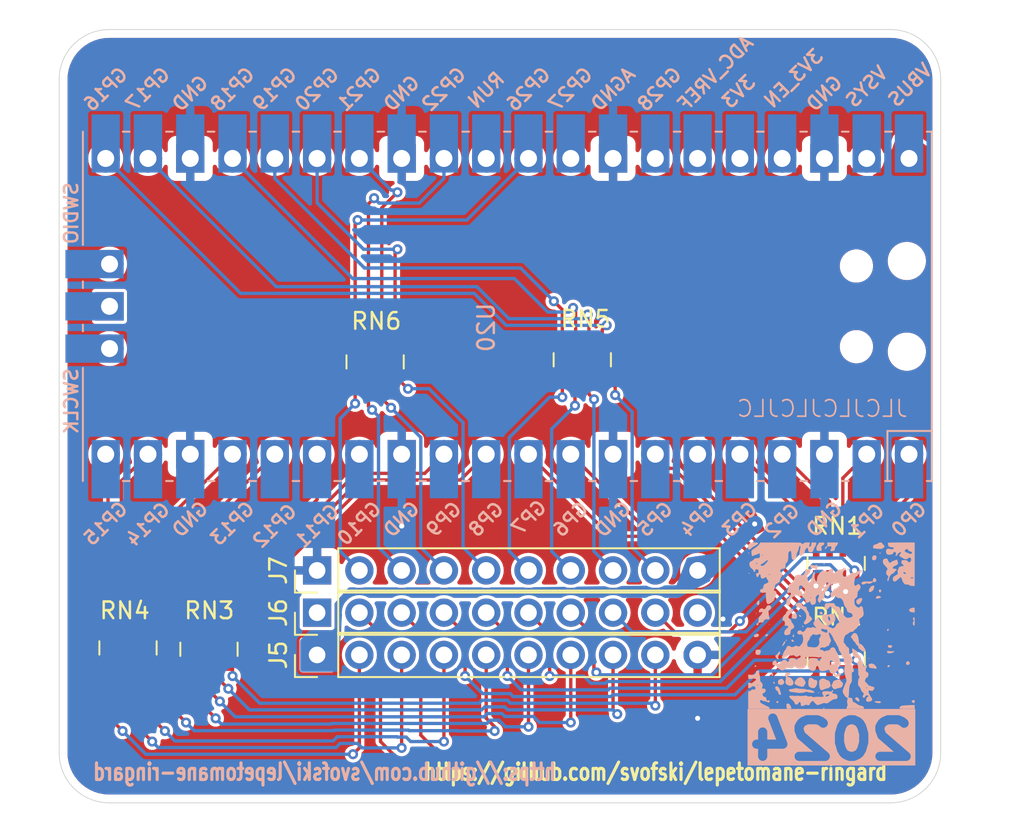
<source format=kicad_pcb>
(kicad_pcb (version 20240108) (generator "pcbnew") (generator_version "8.0")
  (layers (0 "F.Cu" signal) (31 "B.Cu" signal) (34 "B.Paste" user) (35 "F.Paste" user) (36 "B.SilkS" user "B.Silkscreen") (37 "F.SilkS" user "F.Silkscreen") (38 "B.Mask" user) (39 "F.Mask" user) (44 "Edge.Cuts" user))
  (net 0 "")
  (net 10 "/~{PI_SRAM_WE}")
  (net 11 "/PI_AB0")
  (net 12 "/~{PI_WRMODE}")
  (net 13 "/PI_5V")
  (net 14 "/PI_AB1")
  (net 15 "/~{PI_WR}")
  (net 16 "/PI_GND")
  (net 17 "/~{PI_SRAM_OE}")
  (net 18 "/PI_AB3")
  (net 19 "/PI_AB2")
  (net 20 "/PI_DB1")
  (net 21 "/PI_DB7")
  (net 22 "/PI_DB5")
  (net 25 "/PI_DB4")
  (net 26 "/PI_DB2")
  (net 27 "/PI_DB0")
  (net 28 "/PI_DB3")
  (net 29 "/PI_DB6")
  (net 30 "Net-(J7-Pin_4)")
  (net 31 "Net-(J7-Pin_6)")
  (net 32 "/~{PI_LOOPEN_B}")
  (net 33 "/~{PI_RESET_A}")
  (net 34 "Net-(J7-Pin_5)")
  (net 35 "/~{PI_RESET_B}")
  (net 36 "/~{PI_RESET_C}")
  (net 37 "Net-(J7-Pin_2)")
  (net 38 "/PI_3V3")
  (net 39 "/PI_GPIO0")
  (net 40 "/PI_GPIO7")
  (net 41 "/PI_GPIO2")
  (net 42 "/PI_GPIO4")
  (net 43 "/PI_GPIO3")
  (net 44 "/PI_GPIO5")
  (net 45 "/PI_GPIO6")
  (net 46 "/PI_GPIO1")
  (net 47 "/PI_GPIO11")
  (net 48 "/PI_GPIO10")
  (net 49 "/PI_GPIO8")
  (net 50 "/PI_GPIO9")
  (net 51 "/PI_GPIO14")
  (net 52 "/PI_GPIO15")
  (net 53 "/PI_GPIO12")
  (net 54 "/PI_GPIO13")
  (net 55 "/PI_GPIO18")
  (net 56 "/PI_GPIO17")
  (net 57 "/PI_GPIO16")
  (net 58 "/PI_GPIO19")
  (net 59 "/PI_GPIO20")
  (net 60 "/PI_GPIO21")
  (net 61 "/PI_GPIO26")
  (net 62 "/PI_GPIO22")
  (footprint "Connector_PinHeader_2.54mm:PinHeader_1x10_P2.54mm_Vertical" (layer "F.Cu") (at 125.984 96.266 90)
    (property "Reference" "J7")
    (property "Value" "Conn_01x10")
  )
  (footprint "Resistor_SMD:R_Array_Concave_4x0603" (layer "F.Cu") (at 157.169 95.846 -90)
    (property "Reference" "RN1")
    (property "Value" "470")
  )
  (footprint "Resistor_SMD:R_Array_Concave_4x0603" (layer "F.Cu") (at 114.624 100.926 -90)
    (property "Reference" "RN4")
    (property "Value" "470" (hide yes))
  )
  (footprint "Resistor_SMD:R_Array_Concave_4x0603" (layer "F.Cu") (at 157.169 101.561 -90)
    (property "Reference" "RN2")
    (property "Value" "470")
  )
  (footprint "Connector_PinHeader_2.54mm:PinHeader_1x10_P2.54mm_Vertical" (layer "F.Cu") (at 125.984 98.806 90)
    (property "Reference" "J6")
    (property "Value" "Conn_01x10")
  )
  (footprint "Resistor_SMD:R_Array_Concave_4x0603" (layer "F.Cu") (at 129.47 83.732 90)
    (property "Reference" "RN6")
    (property "Value" "470")
  )
  (footprint "Resistor_SMD:R_Array_Concave_4x0603" (layer "F.Cu") (at 119.488 101.004 -90)
    (property "Reference" "RN3")
    (property "Value" "470" (hide yes))
  )
  (footprint "Resistor_SMD:R_Array_Concave_4x0603" (layer "F.Cu") (at 141.916 83.605 90)
    (property "Reference" "RN5")
    (property "Value" "470")
  )
  (footprint "Connector_PinHeader_2.54mm:PinHeader_1x10_P2.54mm_Vertical" (layer "F.Cu") (at 125.984 101.346 90)
    (property "Reference" "J5")
    (property "Value" "Conn_01x10")
  )
  (footprint "MCU_RaspberryPi_and_Boards:RPi_Pico_SMD_TH" (layer "B.Cu") (at 137.414 80.391 90)
    (property "Reference" "U20")
    (property "Value" "Pico")
  )
  (footprint "LOGO" (layer "B.Cu") (at 156.884422 99.587572 180)
    (property "Reference" "G***" (hide yes))
    (property "Value" "LOGO" (hide yes))
  )
  (gr_arc (start 110.49 66.754) (mid 111.36868 64.63268) (end 113.49 63.754) (stroke (width 0.05)) (layer "Edge.Cuts"))
  (gr_line (start 113.49 63.754) (end 160.449 63.754) (stroke (width 0.05)) (layer "Edge.Cuts"))
  (gr_arc (start 163.449 107.236) (mid 162.57032 109.35732) (end 160.449 110.236) (stroke (width 0.05)) (layer "Edge.Cuts"))
  (gr_arc (start 160.449 63.754) (mid 162.57032 64.63268) (end 163.449 66.754) (stroke (width 0.05)) (layer "Edge.Cuts"))
  (gr_line (start 110.49 107.236) (end 110.49 66.754) (stroke (width 0.05)) (layer "Edge.Cuts"))
  (gr_arc (start 113.49 110.236) (mid 111.36868 109.35732) (end 110.49 107.236) (stroke (width 0.05)) (layer "Edge.Cuts"))
  (gr_line (start 160.449 110.236) (end 113.49 110.236) (stroke (width 0.05)) (layer "Edge.Cuts"))
  (gr_line (start 163.449 66.754) (end 163.449 107.236) (stroke (width 0.05)) (layer "Edge.Cuts"))
  (gr_text "2024" (at 162.101457 107.740978 -0) (layer "B.SilkS" knockout) (effects (font (size 2.2 2.55) (thickness 0.55) (bold yes)) (justify left bottom mirror)))
  (gr_text "JLCJLCJLCJLC" (at 161.544 87.122 0) (layer "B.SilkS") (effects (font (size 1 1) (thickness 0.1)) (justify left bottom mirror)))
  (gr_text "https://github.com/svofski/lepetomane-ringard" (at 140.427482 108.966 -0) (layer "B.SilkS") (effects (font (size 1 0.75) (thickness 0.1875) (bold yes)) (justify left bottom mirror)))
  (gr_text "https://github.com/svofski/lepetomane-ringard" (at 132.334 108.966 0) (layer "F.SilkS") (effects (font (size 1 0.75) (thickness 0.1875) (bold yes)) (justify left bottom)))
  (segment (start 133.604 106.553) (end 133.604 101.346) (width 0.2) (layer "F.Cu") (net 10))
  (segment (start 115.024 104.102) (end 116.84 105.918) (width 0.2) (layer "F.Cu") (net 10))
  (segment (start 115.024 101.776) (end 115.024 104.102) (width 0.2) (layer "F.Cu") (net 10))
  (via (at 116.84 105.918) (size 0.6) (drill 0.3) (layers "F.Cu" "B.Cu") (net 10))
  (via (at 133.604 106.553) (size 0.6) (drill 0.3) (layers "F.Cu" "B.Cu") (net 10))
  (segment (start 130.775761 106.265) (end 130.794761 106.284) (width 0.2) (layer "B.Cu") (net 10))
  (segment (start 131.333239 106.284) (end 131.602239 106.553) (width 0.2) (layer "B.Cu") (net 10))
  (segment (start 116.84 105.918) (end 117.437 106.515) (width 0.2) (layer "B.Cu") (net 10))
  (segment (start 117.437 106.515) (end 126.950075 106.515) (width 0.2) (layer "B.Cu") (net 10))
  (segment (start 127.200075 106.265) (end 130.775761 106.265) (width 0.2) (layer "B.Cu") (net 10))
  (segment (start 130.794761 106.284) (end 131.333239 106.284) (width 0.2) (layer "B.Cu") (net 10))
  (segment (start 126.950075 106.515) (end 127.200075 106.265) (width 0.2) (layer "B.Cu") (net 10))
  (segment (start 131.602239 106.553) (end 133.604 106.553) (width 0.2) (layer "B.Cu") (net 10))
  (segment (start 120.904 102.07) (end 120.688 101.854) (width 0.2) (layer "F.Cu") (net 11))
  (segment (start 120.904 102.616) (end 120.904 102.07) (width 0.2) (layer "F.Cu") (net 11))
  (segment (start 146.304 101.346) (end 146.304 104.394) (width 0.2) (layer "F.Cu") (net 11))
  (via (at 146.304 104.394) (size 0.6) (drill 0.3) (layers "F.Cu" "B.Cu") (net 11))
  (via (at 120.904 102.616) (size 0.6) (drill 0.3) (layers "F.Cu" "B.Cu") (net 11))
  (segment (start 137.598295 104.248) (end 137.418296 104.068) (width 0.2) (layer "B.Cu") (net 11))
  (segment (start 135.885703 104.068) (end 135.705703 104.248) (width 0.2) (layer "B.Cu") (net 11))
  (segment (start 122.536 104.248) (end 120.904 102.616) (width 0.2) (layer "B.Cu") (net 11))
  (segment (start 146.304 104.394) (end 146.158 104.248) (width 0.2) (layer "B.Cu") (net 11))
  (segment (start 137.418296 104.068) (end 135.885703 104.068) (width 0.2) (layer "B.Cu") (net 11))
  (segment (start 146.158 104.248) (end 137.598295 104.248) (width 0.2) (layer "B.Cu") (net 11))
  (segment (start 135.705703 104.248) (end 122.536 104.248) (width 0.2) (layer "B.Cu") (net 11))
  (segment (start 131.064 106.934) (end 131.064 101.346) (width 0.2) (layer "F.Cu") (net 12))
  (segment (start 114.224 101.776) (end 114.224 104.699) (width 0.2) (layer "F.Cu") (net 12))
  (segment (start 114.224 104.699) (end 116.078 106.553) (width 0.2) (layer "F.Cu") (net 12))
  (via (at 116.078 106.553) (size 0.6) (drill 0.3) (layers "F.Cu" "B.Cu") (net 12))
  (via (at 131.064 106.934) (size 0.6) (drill 0.3) (layers "F.Cu" "B.Cu") (net 12))
  (segment (start 116.44 106.915) (end 127.115761 106.915) (width 0.2) (layer "B.Cu") (net 12))
  (segment (start 127.115761 106.915) (end 127.365761 106.665) (width 0.2) (layer "B.Cu") (net 12))
  (segment (start 128.412239 106.665) (end 128.681239 106.934) (width 0.2) (layer "B.Cu") (net 12))
  (segment (start 127.365761 106.665) (end 128.412239 106.665) (width 0.2) (layer "B.Cu") (net 12))
  (segment (start 116.078 106.553) (end 116.44 106.915) (width 0.2) (layer "B.Cu") (net 12))
  (segment (start 128.681239 106.934) (end 131.064 106.934) (width 0.2) (layer "B.Cu") (net 12))
  (segment (start 150.134 91.333) (end 152.273 93.472) (width 0.4) (layer "F.Cu") (net 13))
  (segment (start 161.544 71.501) (end 150.134 82.911) (width 0.4) (layer "F.Cu") (net 13))
  (segment (start 150.134 82.911) (end 150.134 91.333) (width 0.4) (layer "F.Cu") (net 13))
  (segment (start 148.844 96.266) (end 147.594 97.516) (width 0.4) (layer "F.Cu") (net 13))
  (segment (start 128.046233 97.516) (end 127.234 98.328233) (width 0.4) (layer "F.Cu") (net 13))
  (segment (start 127.234 100.096) (end 125.984 101.346) (width 0.4) (layer "F.Cu") (net 13))
  (segment (start 147.594 97.516) (end 128.046233 97.516) (width 0.4) (layer "F.Cu") (net 13))
  (segment (start 127.234 98.328233) (end 127.234 100.096) (width 0.4) (layer "F.Cu") (net 13))
  (via (at 152.273 93.472) (size 0.6) (drill 0.3) (layers "F.Cu" "B.Cu") (net 13))
  (segment (start 149.479 96.266) (end 152.273 93.472) (width 1) (layer "B.Cu") (net 13))
  (segment (start 148.844 96.266) (end 149.479 96.266) (width 1) (layer "B.Cu") (net 13))
  (segment (start 143.764 104.648) (end 143.764 101.346) (width 0.2) (layer "F.Cu") (net 14))
  (segment (start 119.888 101.854) (end 119.888 102.616) (width 0.2) (layer "F.Cu") (net 14))
  (segment (start 119.888 102.616) (end 120.65 103.378) (width 0.2) (layer "F.Cu") (net 14))
  (segment (start 144.018 104.902) (end 143.764 104.648) (width 0.2) (layer "F.Cu") (net 14))
  (via (at 144.018 104.902) (size 0.6) (drill 0.3) (layers "F.Cu" "B.Cu") (net 14))
  (via (at 120.65 103.378) (size 0.6) (drill 0.3) (layers "F.Cu" "B.Cu") (net 14))
  (segment (start 137.25261 104.468) (end 137.43261 104.648) (width 0.2) (layer "B.Cu") (net 14))
  (segment (start 120.65 103.378) (end 121.92 104.648) (width 0.2) (layer "B.Cu") (net 14))
  (segment (start 136.051389 104.468) (end 137.25261 104.468) (width 0.2) (layer "B.Cu") (net 14))
  (segment (start 137.43261 104.648) (end 143.764 104.648) (width 0.2) (layer "B.Cu") (net 14))
  (segment (start 121.92 104.648) (end 135.871389 104.648) (width 0.2) (layer "B.Cu") (net 14))
  (segment (start 143.764 104.648) (end 144.018 104.902) (width 0.2) (layer "B.Cu") (net 14))
  (segment (start 135.871389 104.648) (end 136.051389 104.468) (width 0.2) (layer "B.Cu") (net 14))
  (segment (start 113.424 101.776) (end 113.424 105.042) (width 0.2) (layer "F.Cu") (net 15))
  (segment (start 128.143 107.315) (end 128.524 106.934) (width 0.2) (layer "F.Cu") (net 15))
  (segment (start 128.524 106.934) (end 128.524 101.346) (width 0.2) (layer "F.Cu") (net 15))
  (segment (start 113.424 105.042) (end 114.3 105.918) (width 0.2) (layer "F.Cu") (net 15))
  (via (at 114.3 105.918) (size 0.6) (drill 0.3) (layers "F.Cu" "B.Cu") (net 15))
  (via (at 128.143 107.315) (size 0.6) (drill 0.3) (layers "F.Cu" "B.Cu") (net 15))
  (segment (start 115.697 107.315) (end 128.143 107.315) (width 0.2) (layer "B.Cu") (net 15))
  (segment (start 114.3 105.918) (end 115.697 107.315) (width 0.2) (layer "B.Cu") (net 15))
  (segment (start 148.844 101.346) (end 148.844 105.156) (width 0.4) (layer "F.Cu") (net 16))
  (via (at 150.368 99.187) (size 0.6) (drill 0.3) (layers "F.Cu" "B.Cu") (net 16))
  (via (at 148.844 105.156) (size 0.6) (drill 0.3) (layers "F.Cu" "B.Cu") (net 16))
  (via (at 131.064 93.599) (size 0.6) (drill 0.3) (layers "F.Cu" "B.Cu") (net 16))
  (segment (start 136.652 105.918) (end 136.652 105.664) (width 0.2) (layer "F.Cu") (net 17))
  (segment (start 115.824 103.124) (end 118.11 105.41) (width 0.2) (layer "F.Cu") (net 17))
  (segment (start 136.652 105.664) (end 136.144 105.156) (width 0.2) (layer "F.Cu") (net 17))
  (segment (start 136.144 105.156) (end 136.144 101.346) (width 0.2) (layer "F.Cu") (net 17))
  (segment (start 115.824 101.776) (end 115.824 103.124) (width 0.2) (layer "F.Cu") (net 17))
  (via (at 136.652 105.918) (size 0.6) (drill 0.3) (layers "F.Cu" "B.Cu") (net 17))
  (via (at 118.11 105.41) (size 0.6) (drill 0.3) (layers "F.Cu" "B.Cu") (net 17))
  (segment (start 127.000389 105.899) (end 127.034389 105.865) (width 0.2) (layer "B.Cu") (net 17))
  (segment (start 118.11 105.41) (end 118.599 105.899) (width 0.2) (layer "B.Cu") (net 17))
  (segment (start 127.034389 105.865) (end 131.479924 105.865) (width 0.2) (layer "B.Cu") (net 17))
  (segment (start 118.599 105.899) (end 127.000389 105.899) (width 0.2) (layer "B.Cu") (net 17))
  (segment (start 131.479924 105.865) (end 131.513924 105.899) (width 0.2) (layer "B.Cu") (net 17))
  (segment (start 134.404685 105.899) (end 134.423685 105.918) (width 0.2) (layer "B.Cu") (net 17))
  (segment (start 131.513924 105.899) (end 134.404685 105.899) (width 0.2) (layer "B.Cu") (net 17))
  (segment (start 134.423685 105.918) (end 136.652 105.918) (width 0.2) (layer "B.Cu") (net 17))
  (segment (start 138.684 105.664) (end 138.684 101.346) (width 0.2) (layer "F.Cu") (net 18))
  (segment (start 118.288 101.854) (end 118.288 103.556) (width 0.2) (layer "F.Cu") (net 18))
  (segment (start 118.288 103.556) (end 119.888 105.156) (width 0.2) (layer "F.Cu") (net 18))
  (via (at 138.684 105.664) (size 0.6) (drill 0.3) (layers "F.Cu" "B.Cu") (net 18))
  (via (at 119.888 105.156) (size 0.6) (drill 0.3) (layers "F.Cu" "B.Cu") (net 18))
  (segment (start 136.185761 105.465) (end 136.382761 105.268) (width 0.2) (layer "B.Cu") (net 18))
  (segment (start 136.382761 105.268) (end 136.906 105.268) (width 0.2) (layer "B.Cu") (net 18))
  (segment (start 120.231 105.499) (end 126.834703 105.499) (width 0.2) (layer "B.Cu") (net 18))
  (segment (start 137.302 105.664) (end 138.684 105.664) (width 0.2) (layer "B.Cu") (net 18))
  (segment (start 119.888 105.156) (end 120.231 105.499) (width 0.2) (layer "B.Cu") (net 18))
  (segment (start 126.834703 105.499) (end 126.868703 105.465) (width 0.2) (layer "B.Cu") (net 18))
  (segment (start 126.868703 105.465) (end 136.185761 105.465) (width 0.2) (layer "B.Cu") (net 18))
  (segment (start 136.906 105.268) (end 137.302 105.664) (width 0.2) (layer "B.Cu") (net 18))
  (segment (start 141.224 105.41) (end 141.224 101.346) (width 0.2) (layer "F.Cu") (net 19))
  (segment (start 119.088 101.854) (end 119.088 103.086) (width 0.2) (layer "F.Cu") (net 19))
  (segment (start 119.088 103.086) (end 120.142 104.14) (width 0.2) (layer "F.Cu") (net 19))
  (via (at 141.224 105.41) (size 0.6) (drill 0.3) (layers "F.Cu" "B.Cu") (net 19))
  (via (at 120.142 104.14) (size 0.6) (drill 0.3) (layers "F.Cu" "B.Cu") (net 19))
  (segment (start 137.086925 104.868) (end 137.266925 105.048) (width 0.2) (layer "B.Cu") (net 19))
  (segment (start 136.217075 104.868) (end 137.086925 104.868) (width 0.2) (layer "B.Cu") (net 19))
  (segment (start 138.987239 105.048) (end 139.349239 105.41) (width 0.2) (layer "B.Cu") (net 19))
  (segment (start 121.067 105.065) (end 136.020075 105.065) (width 0.2) (layer "B.Cu") (net 19))
  (segment (start 139.349239 105.41) (end 141.224 105.41) (width 0.2) (layer "B.Cu") (net 19))
  (segment (start 136.020075 105.065) (end 136.217075 104.868) (width 0.2) (layer "B.Cu") (net 19))
  (segment (start 120.142 104.14) (end 121.067 105.065) (width 0.2) (layer "B.Cu") (net 19))
  (segment (start 137.266925 105.048) (end 138.987239 105.048) (width 0.2) (layer "B.Cu") (net 19))
  (segment (start 157.569 96.696) (end 157.569 97.371) (width 0.2) (layer "F.Cu") (net 20))
  (segment (start 157.569 97.371) (end 157.734 97.536) (width 0.2) (layer "F.Cu") (net 20))
  (via (at 157.734 97.536) (size 0.6) (drill 0.3) (layers "F.Cu" "B.Cu") (net 20))
  (segment (start 144.914 99.956) (end 151.758 99.956) (width 0.2) (layer "B.Cu") (net 20))
  (segment (start 143.764 98.806) (end 144.914 99.956) (width 0.2) (layer "B.Cu") (net 20))
  (segment (start 157.734 96.843315) (end 157.734 97.536) (width 0.2) (layer "B.Cu") (net 20))
  (segment (start 156.814371 95.923686) (end 157.734 96.843315) (width 0.2) (layer "B.Cu") (net 20))
  (segment (start 151.758 99.956) (end 155.790314 95.923686) (width 0.2) (layer "B.Cu") (net 20))
  (segment (start 155.790314 95.923686) (end 156.814371 95.923686) (width 0.2) (layer "B.Cu") (net 20))
  (segment (start 129.794 106.553) (end 129.794 100.076) (width 0.2) (layer "F.Cu") (net 21))
  (segment (start 129.794 100.076) (end 128.524 98.806) (width 0.2) (layer "F.Cu") (net 21))
  (segment (start 130.952 107.711) (end 129.794 106.553) (width 0.2) (layer "F.Cu") (net 21))
  (segment (start 150.669 107.711) (end 130.952 107.711) (width 0.2) (layer "F.Cu") (net 21))
  (segment (start 155.969 102.411) (end 150.669 107.711) (width 0.2) (layer "F.Cu") (net 21))
  (segment (start 134.874 100.076) (end 133.604 98.806) (width 0.2) (layer "F.Cu") (net 22))
  (segment (start 157.569 102.411) (end 157.469002 102.311002) (width 0.2) (layer "F.Cu") (net 22))
  (segment (start 134.874 102.616) (end 134.874 100.076) (width 0.2) (layer "F.Cu") (net 22))
  (via (at 134.874 102.616) (size 0.6) (drill 0.3) (layers "F.Cu" "B.Cu") (net 22))
  (via (at 157.469002 102.311002) (size 0.6) (drill 0.3) (layers "F.Cu" "B.Cu") (net 22))
  (segment (start 143.748761 103.744) (end 151.087314 103.744) (width 0.2) (layer "B.Cu") (net 22))
  (segment (start 143.644761 103.848) (end 143.748761 103.744) (width 0.2) (layer "B.Cu") (net 22))
  (segment (start 152.520312 102.311002) (end 157.469002 102.311002) (width 0.2) (layer "B.Cu") (net 22))
  (segment (start 134.874 102.616) (end 135.926 103.668) (width 0.2) (layer "B.Cu") (net 22))
  (segment (start 137.763981 103.848) (end 143.644761 103.848) (width 0.2) (layer "B.Cu") (net 22))
  (segment (start 137.583981 103.668) (end 137.763981 103.848) (width 0.2) (layer "B.Cu") (net 22))
  (segment (start 135.926 103.668) (end 137.583981 103.668) (width 0.2) (layer "B.Cu") (net 22))
  (segment (start 151.087314 103.744) (end 152.520312 102.311002) (width 0.2) (layer "B.Cu") (net 22))
  (segment (start 137.414 100.076) (end 136.144 98.806) (width 0.2) (layer "F.Cu") (net 25))
  (segment (start 158.369 102.411) (end 158.369 101.661002) (width 0.2) (layer "F.Cu") (net 25))
  (segment (start 137.414 102.616) (end 137.414 100.076) (width 0.2) (layer "F.Cu") (net 25))
  (via (at 158.369 101.661002) (size 0.6) (drill 0.3) (layers "F.Cu" "B.Cu") (net 25))
  (via (at 137.414 102.616) (size 0.6) (drill 0.3) (layers "F.Cu" "B.Cu") (net 25))
  (segment (start 158.369 101.661002) (end 152.269684 101.661002) (width 0.2) (layer "B.Cu") (net 25))
  (segment (start 152.269684 101.661002) (end 150.586686 103.344) (width 0.2) (layer "B.Cu") (net 25))
  (segment (start 138.246 103.448) (end 137.414 102.616) (width 0.2) (layer "B.Cu") (net 25))
  (segment (start 143.583075 103.344) (end 143.479075 103.448) (width 0.2) (layer "B.Cu") (net 25))
  (segment (start 150.586686 103.344) (end 143.583075 103.344) (width 0.2) (layer "B.Cu") (net 25))
  (segment (start 143.479075 103.448) (end 138.246 103.448) (width 0.2) (layer "B.Cu") (net 25))
  (segment (start 142.614 100.196) (end 142.614 102.250759) (width 0.2) (layer "F.Cu") (net 26))
  (segment (start 142.614 102.250759) (end 142.761241 102.398) (width 0.2) (layer "F.Cu") (net 26))
  (segment (start 156.769 97.525929) (end 156.644139 97.65079) (width 0.2) (layer "F.Cu") (net 26))
  (segment (start 156.769 96.696) (end 156.769 97.525929) (width 0.2) (layer "F.Cu") (net 26))
  (segment (start 141.224 98.806) (end 142.614 100.196) (width 0.2) (layer "F.Cu") (net 26))
  (via (at 142.761241 102.398) (size 0.6) (drill 0.3) (layers "F.Cu" "B.Cu") (net 26))
  (via (at 156.644139 97.65079) (size 0.6) (drill 0.3) (layers "F.Cu" "B.Cu") (net 26))
  (segment (start 156.737 97.557929) (end 156.737 96.735314) (width 0.2) (layer "B.Cu") (net 26))
  (segment (start 156.325372 96.323686) (end 155.956 96.323686) (width 0.2) (layer "B.Cu") (net 26))
  (segment (start 149.737733 102.541953) (end 142.905194 102.541953) (width 0.2) (layer "B.Cu") (net 26))
  (segment (start 156.644139 97.65079) (end 156.737 97.557929) (width 0.2) (layer "B.Cu") (net 26))
  (segment (start 142.905194 102.541953) (end 142.761241 102.398) (width 0.2) (layer "B.Cu") (net 26))
  (segment (start 155.956 96.323686) (end 149.737733 102.541953) (width 0.2) (layer "B.Cu") (net 26))
  (segment (start 156.737 96.735314) (end 156.325372 96.323686) (width 0.2) (layer "B.Cu") (net 26))
  (segment (start 150.742 99.956) (end 147.454 99.956) (width 0.2) (layer "F.Cu") (net 27))
  (segment (start 151.384 99.314) (end 150.742 99.956) (width 0.2) (layer "F.Cu") (net 27))
  (segment (start 158.369 96.365998) (end 158.269002 96.266) (width 0.2) (layer "F.Cu") (net 27))
  (segment (start 147.454 99.956) (end 146.304 98.806) (width 0.2) (layer "F.Cu") (net 27))
  (segment (start 158.369 96.696) (end 158.369 96.365998) (width 0.2) (layer "F.Cu") (net 27))
  (via (at 158.269002 96.266) (size 0.6) (drill 0.3) (layers "F.Cu" "B.Cu") (net 27))
  (via (at 151.384 99.314) (size 0.6) (drill 0.3) (layers "F.Cu" "B.Cu") (net 27))
  (segment (start 157.526688 95.523686) (end 155.174314 95.523686) (width 0.2) (layer "B.Cu") (net 27))
  (segment (start 158.269002 96.266) (end 157.526688 95.523686) (width 0.2) (layer "B.Cu") (net 27))
  (segment (start 155.174314 95.523686) (end 151.384 99.314) (width 0.2) (layer "B.Cu") (net 27))
  (segment (start 155.969 97.180518) (end 155.954065 97.195453) (width 0.2) (layer "F.Cu") (net 28))
  (segment (start 139.954 100.076) (end 138.684 98.806) (width 0.2) (layer "F.Cu") (net 28))
  (segment (start 139.954 102.616) (end 139.954 100.076) (width 0.2) (layer "F.Cu") (net 28))
  (segment (start 155.969 96.696) (end 155.969 97.180518) (width 0.2) (layer "F.Cu") (net 28))
  (via (at 139.954 102.616) (size 0.6) (drill 0.3) (layers "F.Cu" "B.Cu") (net 28))
  (via (at 155.954065 97.195453) (size 0.6) (drill 0.3) (layers "F.Cu" "B.Cu") (net 28))
  (segment (start 142.43661 103.048) (end 143.313389 103.048) (width 0.2) (layer "B.Cu") (net 28))
  (segment (start 142.00461 102.616) (end 142.43661 103.048) (width 0.2) (layer "B.Cu") (net 28))
  (segment (start 139.954 102.616) (end 142.00461 102.616) (width 0.2) (layer "B.Cu") (net 28))
  (segment (start 150.205518 102.944) (end 155.954065 97.195453) (width 0.2) (layer "B.Cu") (net 28))
  (segment (start 143.313389 103.048) (end 143.417389 102.944) (width 0.2) (layer "B.Cu") (net 28))
  (segment (start 143.417389 102.944) (end 150.205518 102.944) (width 0.2) (layer "B.Cu") (net 28))
  (segment (start 155.954065 97.195453) (end 156.042547 97.195453) (width 0.2) (layer "B.Cu") (net 28))
  (segment (start 154.444 101.461) (end 148.702 107.203) (width 0.2) (layer "F.Cu") (net 29))
  (segment (start 133.252 107.203) (end 132.214 106.165) (width 0.2) (layer "F.Cu") (net 29))
  (segment (start 148.702 107.203) (end 133.252 107.203) (width 0.2) (layer "F.Cu") (net 29))
  (segment (start 132.214 99.956) (end 131.064 98.806) (width 0.2) (layer "F.Cu") (net 29))
  (segment (start 132.214 106.165) (end 132.214 99.956) (width 0.2) (layer "F.Cu") (net 29))
  (segment (start 156.469 101.461) (end 154.444 101.461) (width 0.2) (layer "F.Cu") (net 29))
  (segment (start 156.769 102.411) (end 156.769 101.761) (width 0.2) (layer "F.Cu") (net 29))
  (segment (start 156.769 101.761) (end 156.469 101.461) (width 0.2) (layer "F.Cu") (net 29))
  (segment (start 130.429 86.487) (end 129.87 85.928) (width 0.2) (layer "F.Cu") (net 30))
  (segment (start 129.87 85.928) (end 129.87 84.582) (width 0.2) (layer "F.Cu") (net 30))
  (via (at 130.429 86.487) (size 0.6) (drill 0.3) (layers "F.Cu" "B.Cu") (net 30))
  (segment (start 132.214 88.272) (end 130.429 86.487) (width 0.2) (layer "B.Cu") (net 30))
  (segment (start 133.604 96.266) (end 132.214 94.876) (width 0.2) (layer "B.Cu") (net 30))
  (segment (start 132.214 94.876) (end 132.214 88.272) (width 0.2) (layer "B.Cu") (net 30))
  (segment (start 140.716 85.852) (end 140.716 84.455) (width 0.2) (layer "F.Cu") (net 31))
  (via (at 140.716 85.852) (size 0.6) (drill 0.3) (layers "F.Cu" "B.Cu") (net 31))
  (segment (start 137.534 88.272) (end 139.954 85.852) (width 0.2) (layer "B.Cu") (net 31))
  (segment (start 138.684 96.266) (end 137.534 95.116) (width 0.2) (layer "B.Cu") (net 31))
  (segment (start 139.954 85.852) (end 140.716 85.852) (width 0.2) (layer "B.Cu") (net 31))
  (segment (start 137.534 95.116) (end 137.534 88.272) (width 0.2) (layer "B.Cu") (net 31))
  (segment (start 129.286 86.614) (end 129.07 86.398) (width 0.2) (layer "F.Cu") (net 32))
  (segment (start 129.07 86.398) (end 129.07 84.582) (width 0.2) (layer "F.Cu") (net 32))
  (via (at 129.286 86.614) (size 0.6) (drill 0.3) (layers "F.Cu" "B.Cu") (net 32))
  (segment (start 131.064 96.266) (end 129.674 94.876) (width 0.2) (layer "B.Cu") (net 32))
  (segment (start 129.674 87.002) (end 129.286 86.614) (width 0.2) (layer "B.Cu") (net 32))
  (segment (start 129.674 94.876) (end 129.674 87.002) (width 0.2) (layer "B.Cu") (net 32))
  (segment (start 143.891 85.23) (end 143.116 84.455) (width 0.2) (layer "F.Cu") (net 33))
  (segment (start 143.891 85.725) (end 143.891 85.23) (width 0.2) (layer "F.Cu") (net 33))
  (via (at 143.891 85.725) (size 0.6) (drill 0.3) (layers "F.Cu" "B.Cu") (net 33))
  (segment (start 144.914 94.876) (end 144.914 86.748) (width 0.2) (layer "B.Cu") (net 33))
  (segment (start 146.304 96.266) (end 144.914 94.876) (width 0.2) (layer "B.Cu") (net 33))
  (segment (start 144.914 86.748) (end 143.891 85.725) (width 0.2) (layer "B.Cu") (net 33))
  (segment (start 131.445 85.344) (end 131.432 85.344) (width 0.2) (layer "F.Cu") (net 34))
  (segment (start 131.432 85.344) (end 130.67 84.582) (width 0.2) (layer "F.Cu") (net 34))
  (via (at 131.445 85.344) (size 0.6) (drill 0.3) (layers "F.Cu" "B.Cu") (net 34))
  (segment (start 134.62 87.249) (end 132.715 85.344) (width 0.2) (layer "B.Cu") (net 34))
  (segment (start 134.754 94.876) (end 134.754 87.383) (width 0.2) (layer "B.Cu") (net 34))
  (segment (start 132.715 85.344) (end 131.445 85.344) (width 0.2) (layer "B.Cu") (net 34))
  (segment (start 134.754 87.383) (end 134.62 87.249) (width 0.2) (layer "B.Cu") (net 34))
  (segment (start 136.144 96.266) (end 134.754 94.876) (width 0.2) (layer "B.Cu") (net 34))
  (segment (start 142.316 85.674) (end 142.316 84.455) (width 0.2) (layer "F.Cu") (net 35))
  (segment (start 142.621 85.979) (end 142.316 85.674) (width 0.2) (layer "F.Cu") (net 35))
  (via (at 142.621 85.979) (size 0.6) (drill 0.3) (layers "F.Cu" "B.Cu") (net 35))
  (segment (start 142.614 95.116) (end 142.614 85.986) (width 0.2) (layer "B.Cu") (net 35))
  (segment (start 143.764 96.266) (end 142.614 95.116) (width 0.2) (layer "B.Cu") (net 35))
  (segment (start 142.614 85.986) (end 142.621 85.979) (width 0.2) (layer "B.Cu") (net 35))
  (segment (start 141.478 86.36) (end 141.478 84.493) (width 0.2) (layer "F.Cu") (net 36))
  (segment (start 141.478 84.493) (end 141.516 84.455) (width 0.2) (layer "F.Cu") (net 36))
  (via (at 141.478 86.36) (size 0.6) (drill 0.3) (layers "F.Cu" "B.Cu") (net 36))
  (segment (start 140.074 87.764) (end 141.478 86.36) (width 0.2) (layer "B.Cu") (net 36))
  (segment (start 140.074 95.116) (end 140.074 87.764) (width 0.2) (layer "B.Cu") (net 36))
  (segment (start 141.224 96.266) (end 140.074 95.116) (width 0.2) (layer "B.Cu") (net 36))
  (segment (start 128.27 86.233) (end 128.27 84.582) (width 0.2) (layer "F.Cu") (net 37))
  (via (at 128.27 86.233) (size 0.6) (drill 0.3) (layers "F.Cu" "B.Cu") (net 37))
  (segment (start 128.524 96.266) (end 127.374 95.116) (width 0.2) (layer "B.Cu") (net 37))
  (segment (start 127.374 95.116) (end 127.374 87.129) (width 0.2) (layer "B.Cu") (net 37))
  (segment (start 127.374 87.129) (end 128.27 86.233) (width 0.2) (layer "B.Cu") (net 37))
  (segment (start 161.544 91.821) (end 158.369 94.996) (width 0.2) (layer "F.Cu") (net 39))
  (segment (start 161.544 89.281) (end 161.544 91.821) (width 0.2) (layer "F.Cu") (net 39))
  (segment (start 150.279685 94.215) (end 155.969 99.904315) (width 0.2) (layer "F.Cu") (net 40))
  (segment (start 155.969 99.904315) (end 155.969 100.711) (width 0.2) (layer "F.Cu") (net 40))
  (segment (start 138.684 89.281) (end 143.618 94.215) (width 0.2) (layer "F.Cu") (net 40))
  (segment (start 143.618 94.215) (end 150.279685 94.215) (width 0.2) (layer "F.Cu") (net 40))
  (segment (start 153.924 89.281) (end 156.769 92.126) (width 0.2) (layer "F.Cu") (net 41))
  (segment (start 156.769 92.126) (end 156.769 94.996) (width 0.2) (layer "F.Cu") (net 41))
  (segment (start 158.369 100.061) (end 158.369 100.711) (width 0.2) (layer "F.Cu") (net 42))
  (segment (start 148.844 89.281) (end 148.844 90.989686) (width 0.2) (layer "F.Cu") (net 42))
  (segment (start 157.314314 99.46) (end 157.768 99.46) (width 0.2) (layer "F.Cu") (net 42))
  (segment (start 148.844 90.989686) (end 157.314314 99.46) (width 0.2) (layer "F.Cu") (net 42))
  (segment (start 157.768 99.46) (end 158.369 100.061) (width 0.2) (layer "F.Cu") (net 42))
  (segment (start 151.384 89.281) (end 155.969 93.866) (width 0.2) (layer "F.Cu") (net 43))
  (segment (start 155.969 93.866) (end 155.969 94.996) (width 0.2) (layer "F.Cu") (net 43))
  (segment (start 147.154 90.131) (end 147.404686 90.131) (width 0.2) (layer "F.Cu") (net 44))
  (segment (start 147.404686 90.131) (end 157.133686 99.86) (width 0.2) (layer "F.Cu") (net 44))
  (segment (start 157.569 100.061) (end 157.569 100.711) (width 0.2) (layer "F.Cu") (net 44))
  (segment (start 157.133686 99.86) (end 157.368 99.86) (width 0.2) (layer "F.Cu") (net 44))
  (segment (start 146.304 89.281) (end 147.154 90.131) (width 0.2) (layer "F.Cu") (net 44))
  (segment (start 157.368 99.86) (end 157.569 100.061) (width 0.2) (layer "F.Cu") (net 44))
  (segment (start 156.769 100.061) (end 156.769 100.711) (width 0.2) (layer "F.Cu") (net 45))
  (segment (start 145.758 93.815) (end 150.523 93.815) (width 0.2) (layer "F.Cu") (net 45))
  (segment (start 141.224 89.281) (end 145.758 93.815) (width 0.2) (layer "F.Cu") (net 45))
  (segment (start 150.523 93.815) (end 156.769 100.061) (width 0.2) (layer "F.Cu") (net 45))
  (segment (start 159.004 89.281) (end 157.569 90.716) (width 0.2) (layer "F.Cu") (net 46))
  (segment (start 157.569 90.716) (end 157.569 94.996) (width 0.2) (layer "F.Cu") (net 46))
  (segment (start 125.984 92.005686) (end 125.984 89.281) (width 0.2) (layer "F.Cu") (net 47))
  (segment (start 118.288 99.701686) (end 125.984 92.005686) (width 0.2) (layer "F.Cu") (net 47))
  (segment (start 118.288 100.154) (end 118.288 99.701686) (width 0.2) (layer "F.Cu") (net 47))
  (segment (start 128.524 90.227685) (end 128.524 89.281) (width 0.2) (layer "F.Cu") (net 48))
  (segment (start 119.088 99.663685) (end 128.524 90.227685) (width 0.2) (layer "F.Cu") (net 48))
  (segment (start 119.088 100.154) (end 119.088 99.663685) (width 0.2) (layer "F.Cu") (net 48))
  (segment (start 129.119 90.831) (end 134.594 90.831) (width 0.2) (layer "F.Cu") (net 49))
  (segment (start 134.594 90.831) (end 136.144 89.281) (width 0.2) (layer "F.Cu") (net 49))
  (segment (start 120.688 99.262) (end 129.119 90.831) (width 0.2) (layer "F.Cu") (net 49))
  (segment (start 120.688 100.154) (end 120.688 99.262) (width 0.2) (layer "F.Cu") (net 49))
  (segment (start 132.454 90.431) (end 133.604 89.281) (width 0.2) (layer "F.Cu") (net 50))
  (segment (start 119.888 100.154) (end 119.888 99.496314) (width 0.2) (layer "F.Cu") (net 50))
  (segment (start 128.953314 90.431) (end 132.454 90.431) (width 0.2) (layer "F.Cu") (net 50))
  (segment (start 119.888 99.496314) (end 128.953314 90.431) (width 0.2) (layer "F.Cu") (net 50))
  (segment (start 114.224 90.881) (end 115.824 89.281) (width 0.2) (layer "F.Cu") (net 51))
  (segment (start 114.224 100.076) (end 114.224 90.881) (width 0.2) (layer "F.Cu") (net 51))
  (segment (start 113.424 100.076) (end 113.424 89.421) (width 0.2) (layer "F.Cu") (net 52))
  (segment (start 113.424 89.421) (end 113.284 89.281) (width 0.2) (layer "F.Cu") (net 52))
  (segment (start 115.824 100.076) (end 115.824 96.901) (width 0.2) (layer "F.Cu") (net 53))
  (segment (start 115.824 96.901) (end 123.444 89.281) (width 0.2) (layer "F.Cu") (net 53))
  (segment (start 115.024 95.161) (end 120.904 89.281) (width 0.2) (layer "F.Cu") (net 54))
  (segment (start 115.024 100.076) (end 115.024 95.161) (width 0.2) (layer "F.Cu") (net 54))
  (segment (start 141.516 82.755) (end 141.516 80.63529) (width 0.2) (layer "F.Cu") (net 55))
  (segment (start 141.516 80.63529) (end 141.36471 80.484) (width 0.2) (layer "F.Cu") (net 55))
  (via (at 141.36471 80.484) (size 0.6) (drill 0.3) (layers "F.Cu" "B.Cu") (net 55))
  (segment (start 139.846686 80.734) (end 141.11471 80.734) (width 0.2) (layer "B.Cu") (net 55))
  (segment (start 137.833686 78.721) (end 139.846686 80.734) (width 0.2) (layer "B.Cu") (net 55))
  (segment (start 141.11471 80.734) (end 141.36471 80.484) (width 0.2) (layer "B.Cu") (net 55))
  (segment (start 128.124 78.721) (end 137.833686 78.721) (width 0.2) (layer "B.Cu") (net 55))
  (segment (start 120.904 71.501) (end 128.124 78.721) (width 0.2) (layer "B.Cu") (net 55))
  (segment (start 142.316 82.755) (end 142.316 80.96) (width 0.2) (layer "F.Cu") (net 56))
  (segment (start 142.316 80.96) (end 142.24 80.884) (width 0.2) (layer "F.Cu") (net 56))
  (via (at 142.24 80.884) (size 0.6) (drill 0.3) (layers "F.Cu" "B.Cu") (net 56))
  (segment (start 123.533 79.21) (end 135.586371 79.21) (width 0.2) (layer "B.Cu") (net 56))
  (segment (start 137.510371 81.134) (end 141.99 81.134) (width 0.2) (layer "B.Cu") (net 56))
  (segment (start 115.824 71.501) (end 123.533 79.21) (width 0.2) (layer "B.Cu") (net 56))
  (segment (start 141.99 81.134) (end 142.24 80.884) (width 0.2) (layer "B.Cu") (net 56))
  (segment (start 135.586371 79.21) (end 137.510371 81.134) (width 0.2) (layer "B.Cu") (net 56))
  (segment (start 143.116 82.755) (end 143.116 81.801) (width 0.2) (layer "F.Cu") (net 57))
  (segment (start 143.116 81.801) (end 143.383 81.534) (width 0.2) (layer "F.Cu") (net 57))
  (via (at 143.383 81.534) (size 0.6) (drill 0.3) (layers "F.Cu" "B.Cu") (net 57))
  (segment (start 121.393 79.61) (end 113.284 71.501) (width 0.2) (layer "B.Cu") (net 57))
  (segment (start 135.420685 79.61) (end 121.393 79.61) (width 0.2) (layer "B.Cu") (net 57))
  (segment (start 143.383 81.534) (end 137.344685 81.534) (width 0.2) (layer "B.Cu") (net 57))
  (segment (start 137.344685 81.534) (end 135.420685 79.61) (width 0.2) (layer "B.Cu") (net 57))
  (segment (start 140.716 82.755) (end 140.716 80.592) (width 0.2) (layer "F.Cu") (net 58))
  (segment (start 140.716 80.592) (end 140.208 80.084) (width 0.2) (layer "F.Cu") (net 58))
  (via (at 140.208 80.084) (size 0.6) (drill 0.3) (layers "F.Cu" "B.Cu") (net 58))
  (segment (start 123.444 71.501) (end 123.444 72.703081) (width 0.2) (layer "B.Cu") (net 58))
  (segment (start 123.444 72.703081) (end 128.826919 78.086) (width 0.2) (layer "B.Cu") (net 58))
  (segment (start 128.826919 78.086) (end 138.21 78.086) (width 0.2) (layer "B.Cu") (net 58))
  (segment (start 138.21 78.086) (end 140.208 80.084) (width 0.2) (layer "B.Cu") (net 58))
  (segment (start 130.67 77.102) (end 130.81 76.962) (width 0.2) (layer "F.Cu") (net 59))
  (segment (start 130.67 82.882) (end 130.67 77.102) (width 0.2) (layer "F.Cu") (net 59))
  (via (at 130.81 76.962) (size 0.6) (drill 0.3) (layers "F.Cu" "B.Cu") (net 59))
  (segment (start 130.81 76.962) (end 128.778 76.962) (width 0.2) (layer "B.Cu") (net 59))
  (segment (start 125.984 74.168) (end 125.984 71.501) (width 0.2) (layer "B.Cu") (net 59))
  (segment (start 128.778 76.962) (end 125.984 74.168) (width 0.2) (layer "B.Cu") (net 59))
  (segment (start 129.87 74.473) (end 130.81 73.533) (width 0.2) (layer "F.Cu") (net 60))
  (segment (start 129.87 82.882) (end 129.87 74.473) (width 0.2) (layer "F.Cu") (net 60))
  (via (at 130.81 73.533) (size 0.6) (drill 0.3) (layers "F.Cu" "B.Cu") (net 60))
  (segment (start 130.81 73.533) (end 130.683 73.406) (width 0.2) (layer "B.Cu") (net 60))
  (segment (start 130.683 73.406) (end 130.429 73.406) (width 0.2) (layer "B.Cu") (net 60))
  (segment (start 130.429 73.406) (end 128.524 71.501) (width 0.2) (layer "B.Cu") (net 60))
  (segment (start 128.27 82.882) (end 128.27 75.353295) (width 0.2) (layer "F.Cu") (net 61))
  (segment (start 128.27 75.353295) (end 128.42 75.203295) (width 0.2) (layer "F.Cu") (net 61))
  (via (at 128.42 75.203295) (size 0.6) (drill 0.3) (layers "F.Cu" "B.Cu") (net 61))
  (segment (start 138.684 71.501) (end 134.981705 75.203295) (width 0.2) (layer "B.Cu") (net 61))
  (segment (start 134.981705 75.203295) (end 128.42 75.203295) (width 0.2) (layer "B.Cu") (net 61))
  (segment (start 129.07 74.226766) (end 129.40882 73.887946) (width 0.2) (layer "F.Cu") (net 62))
  (segment (start 129.07 82.882) (end 129.07 74.226766) (width 0.2) (layer "F.Cu") (net 62))
  (via (at 129.40882 73.887946) (size 0.6) (drill 0.3) (layers "F.Cu" "B.Cu") (net 62))
  (segment (start 129.703874 74.183) (end 129.40882 73.887946) (width 0.2) (layer "B.Cu") (net 62))
  (segment (start 132.124081 74.183) (end 129.703874 74.183) (width 0.2) (layer "B.Cu") (net 62))
  (segment (start 133.604 72.703081) (end 132.124081 74.183) (width 0.2) (layer "B.Cu") (net 62))
  (segment (start 133.604 71.501) (end 133.604 72.703081) (width 0.2) (layer "B.Cu") (net 62))
  (zone (net 13) (net_name "/PI_5V") (layer "F.Cu") (priority 4) (connect_pads yes (clearance 0)) (min_thickness 0.25) (fill yes (thermal_gap 0.5) (thermal_bridge_width 0.5))
    (polygon (pts (xy 152.908 93.853) (xy 151.13 90.551) (xy 150.749 87.122) (xy 162.433 73.787) (xy 162.941 70.993) (xy 161.544 69.977) (xy 160.782 70.231) (xy 160.401 71.247) (xy 158.369 73.787) (xy 149.352 82.931) (xy 149.225 88.011) (xy 149.733 91.567) (xy 151.765 93.599) (xy 152.4 94.107)))
  )
  (zone (net 16) (net_name "/PI_GND") (layers "F&B.Cu") (priority 2) (connect_pads (clearance 0)) (min_thickness 0.25) (fill yes (thermal_gap 0.5) (thermal_bridge_width 0.5))
    (polygon (pts (xy 106.934 61.976) (xy 106.934 111.506) (xy 167.894 111.506) (xy 167.894 61.976)))
  )
  (zone (net 13) (net_name "/PI_5V") (layer "B.Cu") (priority 3) (connect_pads yes (clearance 0)) (min_thickness 0.25) (fill yes (thermal_gap 0.5) (thermal_bridge_width 0.5))
    (polygon (pts (xy 148.209 95.504) (xy 149.86 95.25) (xy 149.606 96.901) (xy 147.701 97.917) (xy 128.143 97.917) (xy 127.508 98.552) (xy 127.254 102.362) (xy 124.968 102.362) (xy 124.968 100.457) (xy 126.873 98.425) (xy 127.889 97.282) (xy 138.43 97.282) (xy 147.574 97.155)))
  )
)
</source>
